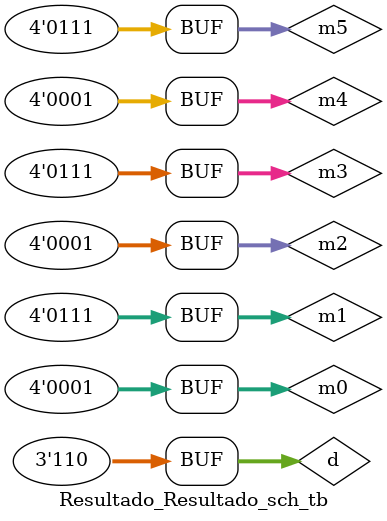
<source format=v>

`timescale 1ns / 1ps

module Resultado_Resultado_sch_tb();

// Inputs
   reg [3:0] m0;
   reg [3:0] m1;
   reg [3:0] m2;
   reg [3:0] m3;
   reg [3:0] m4;
   reg [3:0] m5;
   reg [2:0] d;

// Output
   wire porta;

// Bidirs

// Instantiate the UUT
   Resultado UUT (
		.m0(m0), 
		.m1(m1), 
		.m2(m2), 
		.m3(m3), 
		.m4(m4), 
		.m5(m5), 
		.d(d), 
		.porta(porta)
   );
// Initialize Inputs
   `ifdef auto_init
       initial begin
		m0 = 0;
		m1 = 0;
		m2 = 0;
		m3 = 0;
		m4 = 0;
		m5 = 0;
		d = 0;
   `endif
	
	
	initial
	begin
		m0 = 0001;
		m1 = 1111;
		m2 = 0001;
		m3 = 1111;
		m4 = 0001;
		m5 = 1111;
		d = 110;
	end
endmodule

</source>
